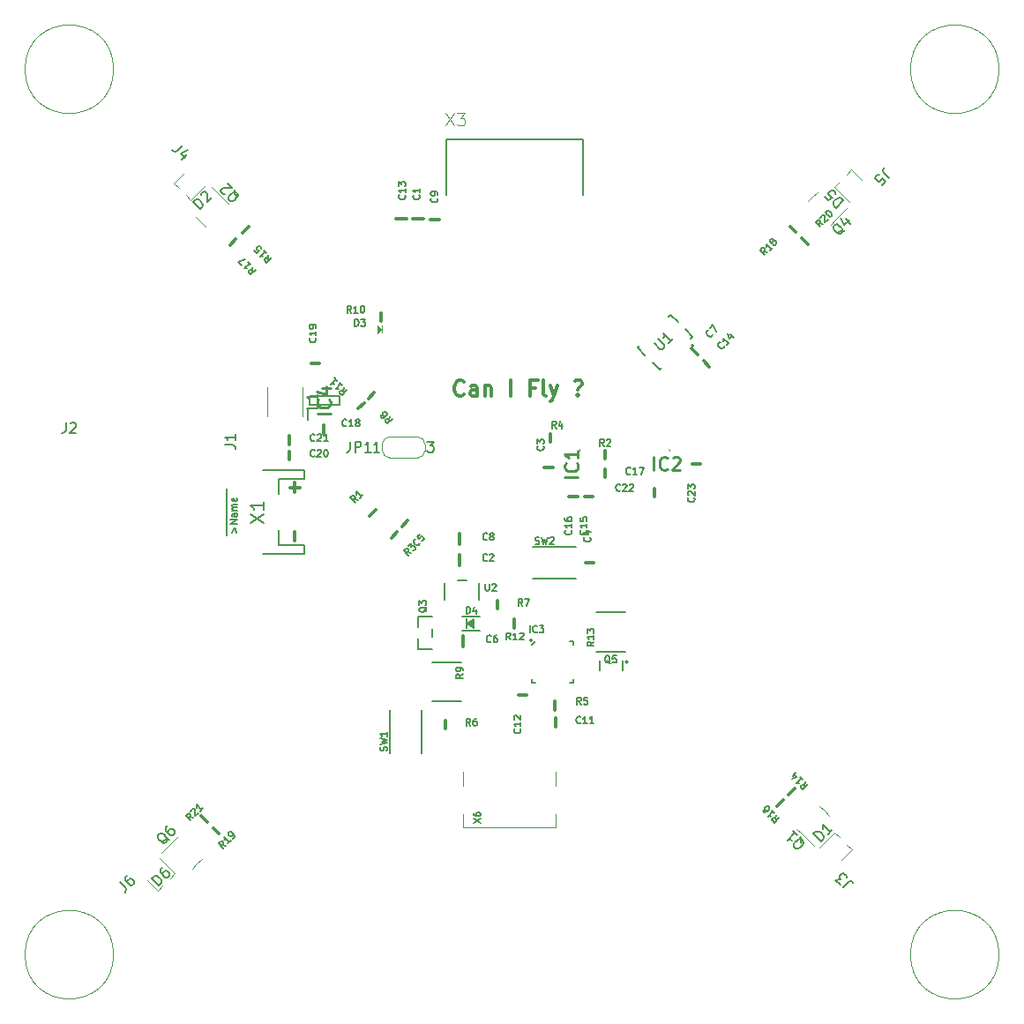
<source format=gbr>
%TF.GenerationSoftware,KiCad,Pcbnew,6.0.9-8da3e8f707~117~ubuntu20.04.1*%
%TF.CreationDate,2022-12-05T22:16:00+00:00*%
%TF.ProjectId,drone,64726f6e-652e-46b6-9963-61645f706362,rev?*%
%TF.SameCoordinates,Original*%
%TF.FileFunction,Legend,Top*%
%TF.FilePolarity,Positive*%
%FSLAX46Y46*%
G04 Gerber Fmt 4.6, Leading zero omitted, Abs format (unit mm)*
G04 Created by KiCad (PCBNEW 6.0.9-8da3e8f707~117~ubuntu20.04.1) date 2022-12-05 22:16:00*
%MOMM*%
%LPD*%
G01*
G04 APERTURE LIST*
%ADD10C,0.300000*%
%ADD11C,0.120000*%
%ADD12C,0.150000*%
%ADD13C,0.146304*%
%ADD14C,0.254000*%
%ADD15C,0.101600*%
%ADD16C,0.203200*%
%ADD17C,0.304800*%
%ADD18C,0.200000*%
%ADD19C,0.127000*%
%ADD20C,0.100000*%
G04 APERTURE END LIST*
D10*
X97885714Y-83735714D02*
X97814285Y-83807142D01*
X97600000Y-83878571D01*
X97457142Y-83878571D01*
X97242857Y-83807142D01*
X97100000Y-83664285D01*
X97028571Y-83521428D01*
X96957142Y-83235714D01*
X96957142Y-83021428D01*
X97028571Y-82735714D01*
X97100000Y-82592857D01*
X97242857Y-82450000D01*
X97457142Y-82378571D01*
X97600000Y-82378571D01*
X97814285Y-82450000D01*
X97885714Y-82521428D01*
X99171428Y-83878571D02*
X99171428Y-83092857D01*
X99100000Y-82950000D01*
X98957142Y-82878571D01*
X98671428Y-82878571D01*
X98528571Y-82950000D01*
X99171428Y-83807142D02*
X99028571Y-83878571D01*
X98671428Y-83878571D01*
X98528571Y-83807142D01*
X98457142Y-83664285D01*
X98457142Y-83521428D01*
X98528571Y-83378571D01*
X98671428Y-83307142D01*
X99028571Y-83307142D01*
X99171428Y-83235714D01*
X99885714Y-82878571D02*
X99885714Y-83878571D01*
X99885714Y-83021428D02*
X99957142Y-82950000D01*
X100100000Y-82878571D01*
X100314285Y-82878571D01*
X100457142Y-82950000D01*
X100528571Y-83092857D01*
X100528571Y-83878571D01*
X102385714Y-83878571D02*
X102385714Y-82378571D01*
X104742857Y-83092857D02*
X104242857Y-83092857D01*
X104242857Y-83878571D02*
X104242857Y-82378571D01*
X104957142Y-82378571D01*
X105742857Y-83878571D02*
X105600000Y-83807142D01*
X105528571Y-83664285D01*
X105528571Y-82378571D01*
X106171428Y-82878571D02*
X106528571Y-83878571D01*
X106885714Y-82878571D02*
X106528571Y-83878571D01*
X106385714Y-84235714D01*
X106314285Y-84307142D01*
X106171428Y-84378571D01*
X108814285Y-83735714D02*
X108885714Y-83807142D01*
X108814285Y-83878571D01*
X108742857Y-83807142D01*
X108814285Y-83735714D01*
X108814285Y-83878571D01*
X108528571Y-82450000D02*
X108671428Y-82378571D01*
X109028571Y-82378571D01*
X109171428Y-82450000D01*
X109242857Y-82592857D01*
X109242857Y-82735714D01*
X109171428Y-82878571D01*
X109100000Y-82950000D01*
X108957142Y-83021428D01*
X108885714Y-83092857D01*
X108814285Y-83235714D01*
X108814285Y-83307142D01*
D11*
X64250000Y-52500000D02*
G75*
G03*
X64250000Y-52500000I-4250000J0D01*
G01*
X64250000Y-137500000D02*
G75*
G03*
X64250000Y-137500000I-4250000J0D01*
G01*
X149250000Y-52500000D02*
G75*
G03*
X149250000Y-52500000I-4250000J0D01*
G01*
X149250000Y-137500000D02*
G75*
G03*
X149250000Y-137500000I-4250000J0D01*
G01*
D12*
%TO.C,JP1*%
X86966666Y-88252380D02*
X86966666Y-88966666D01*
X86919047Y-89109523D01*
X86823809Y-89204761D01*
X86680952Y-89252380D01*
X86585714Y-89252380D01*
X87442857Y-89252380D02*
X87442857Y-88252380D01*
X87823809Y-88252380D01*
X87919047Y-88300000D01*
X87966666Y-88347619D01*
X88014285Y-88442857D01*
X88014285Y-88585714D01*
X87966666Y-88680952D01*
X87919047Y-88728571D01*
X87823809Y-88776190D01*
X87442857Y-88776190D01*
X88966666Y-89252380D02*
X88395238Y-89252380D01*
X88680952Y-89252380D02*
X88680952Y-88252380D01*
X88585714Y-88395238D01*
X88490476Y-88490476D01*
X88395238Y-88538095D01*
X89785714Y-89252380D02*
X89214285Y-89252380D01*
X89500000Y-89252380D02*
X89500000Y-88252380D01*
X89404761Y-88395238D01*
X89309523Y-88490476D01*
X89214285Y-88538095D01*
X94366666Y-88252380D02*
X94985714Y-88252380D01*
X94652380Y-88633333D01*
X94795238Y-88633333D01*
X94890476Y-88680952D01*
X94938095Y-88728571D01*
X94985714Y-88823809D01*
X94985714Y-89061904D01*
X94938095Y-89157142D01*
X94890476Y-89204761D01*
X94795238Y-89252380D01*
X94509523Y-89252380D01*
X94414285Y-89204761D01*
X94366666Y-89157142D01*
%TO.C,X1*%
X77404523Y-96028095D02*
X78674523Y-95181428D01*
X77404523Y-95181428D02*
X78674523Y-96028095D01*
X78674523Y-94032380D02*
X78674523Y-94758095D01*
X78674523Y-94395238D02*
X77404523Y-94395238D01*
X77585952Y-94516190D01*
X77706904Y-94637142D01*
X77767380Y-94758095D01*
D13*
X75655431Y-96968712D02*
X75845858Y-96460906D01*
X76036286Y-96968712D01*
X76099762Y-96143527D02*
X75433266Y-96143527D01*
X76099762Y-95762672D01*
X75433266Y-95762672D01*
X76099762Y-95159652D02*
X75750645Y-95159652D01*
X75687169Y-95191390D01*
X75655431Y-95254866D01*
X75655431Y-95381817D01*
X75687169Y-95445293D01*
X76068024Y-95159652D02*
X76099762Y-95223128D01*
X76099762Y-95381817D01*
X76068024Y-95445293D01*
X76004548Y-95477031D01*
X75941072Y-95477031D01*
X75877596Y-95445293D01*
X75845858Y-95381817D01*
X75845858Y-95223128D01*
X75814120Y-95159652D01*
X76099762Y-94842273D02*
X75655431Y-94842273D01*
X75718907Y-94842273D02*
X75687169Y-94810535D01*
X75655431Y-94747059D01*
X75655431Y-94651845D01*
X75687169Y-94588370D01*
X75750645Y-94556632D01*
X76099762Y-94556632D01*
X75750645Y-94556632D02*
X75687169Y-94524894D01*
X75655431Y-94461418D01*
X75655431Y-94366204D01*
X75687169Y-94302728D01*
X75750645Y-94270990D01*
X76099762Y-94270990D01*
X76068024Y-93699708D02*
X76099762Y-93763184D01*
X76099762Y-93890136D01*
X76068024Y-93953611D01*
X76004548Y-93985349D01*
X75750645Y-93985349D01*
X75687169Y-93953611D01*
X75655431Y-93890136D01*
X75655431Y-93763184D01*
X75687169Y-93699708D01*
X75750645Y-93667970D01*
X75814120Y-93667970D01*
X75877596Y-93985349D01*
D12*
%TO.C,L1*%
X83802380Y-84566666D02*
X83802380Y-85042857D01*
X82802380Y-85042857D01*
X83802380Y-83709523D02*
X83802380Y-84280952D01*
X83802380Y-83995238D02*
X82802380Y-83995238D01*
X82945238Y-84090476D01*
X83040476Y-84185714D01*
X83088095Y-84280952D01*
D13*
%TO.C,C1*%
X93604786Y-64565358D02*
X93636524Y-64597095D01*
X93668262Y-64692309D01*
X93668262Y-64755785D01*
X93636524Y-64850999D01*
X93573048Y-64914474D01*
X93509572Y-64946212D01*
X93382620Y-64977950D01*
X93287407Y-64977950D01*
X93160455Y-64946212D01*
X93096979Y-64914474D01*
X93033504Y-64850999D01*
X93001766Y-64755785D01*
X93001766Y-64692309D01*
X93033504Y-64597095D01*
X93065241Y-64565358D01*
X93668262Y-63930599D02*
X93668262Y-64311454D01*
X93668262Y-64121027D02*
X93001766Y-64121027D01*
X93096979Y-64184503D01*
X93160455Y-64247978D01*
X93192193Y-64311454D01*
%TO.C,R8*%
X90740794Y-85785385D02*
X90673467Y-86166900D01*
X91010099Y-86054690D02*
X90538815Y-86525974D01*
X90359278Y-86346437D01*
X90336836Y-86279111D01*
X90336836Y-86234227D01*
X90359278Y-86166900D01*
X90426604Y-86099574D01*
X90493931Y-86077132D01*
X90538815Y-86077132D01*
X90606141Y-86099574D01*
X90785678Y-86279111D01*
X90202184Y-85785385D02*
X90224626Y-85852711D01*
X90224626Y-85897595D01*
X90202184Y-85964922D01*
X90179741Y-85987364D01*
X90112415Y-86009806D01*
X90067531Y-86009806D01*
X90000205Y-85987364D01*
X89910436Y-85897595D01*
X89887994Y-85830269D01*
X89887994Y-85785385D01*
X89910436Y-85718059D01*
X89932879Y-85695617D01*
X90000205Y-85673174D01*
X90045089Y-85673174D01*
X90112415Y-85695617D01*
X90202184Y-85785385D01*
X90269510Y-85807827D01*
X90314394Y-85807827D01*
X90381720Y-85785385D01*
X90471489Y-85695617D01*
X90493931Y-85628290D01*
X90493931Y-85583406D01*
X90471489Y-85516080D01*
X90381720Y-85426311D01*
X90314394Y-85403869D01*
X90269510Y-85403869D01*
X90202184Y-85426311D01*
X90112415Y-85516080D01*
X90089973Y-85583406D01*
X90089973Y-85628290D01*
X90112415Y-85695617D01*
%TO.C,U2*%
X99931787Y-101901766D02*
X99931787Y-102441310D01*
X99963525Y-102504786D01*
X99995262Y-102536524D01*
X100058738Y-102568262D01*
X100185690Y-102568262D01*
X100249166Y-102536524D01*
X100280904Y-102504786D01*
X100312641Y-102441310D01*
X100312641Y-101901766D01*
X100598283Y-101965241D02*
X100630021Y-101933504D01*
X100693496Y-101901766D01*
X100852186Y-101901766D01*
X100915662Y-101933504D01*
X100947400Y-101965241D01*
X100979137Y-102028717D01*
X100979137Y-102092193D01*
X100947400Y-102187407D01*
X100566545Y-102568262D01*
X100979137Y-102568262D01*
%TO.C,R11*%
X86361365Y-83026644D02*
X86294038Y-83408159D01*
X86630670Y-83295949D02*
X86159386Y-83767233D01*
X85979849Y-83587696D01*
X85957407Y-83520370D01*
X85957407Y-83475486D01*
X85979849Y-83408159D01*
X86047176Y-83340833D01*
X86114502Y-83318391D01*
X86159386Y-83318391D01*
X86226712Y-83340833D01*
X86406249Y-83520370D01*
X85912523Y-82577802D02*
X86181828Y-82847107D01*
X86047176Y-82712455D02*
X85575892Y-83183739D01*
X85688102Y-83161296D01*
X85777870Y-83161296D01*
X85845197Y-83183739D01*
X85463681Y-82128960D02*
X85732986Y-82398265D01*
X85598334Y-82263613D02*
X85127050Y-82734897D01*
X85239260Y-82712455D01*
X85329029Y-82712455D01*
X85396355Y-82734897D01*
D12*
%TO.C,J2*%
X59666666Y-86427380D02*
X59666666Y-87141666D01*
X59619047Y-87284523D01*
X59523809Y-87379761D01*
X59380952Y-87427380D01*
X59285714Y-87427380D01*
X60095238Y-86522619D02*
X60142857Y-86475000D01*
X60238095Y-86427380D01*
X60476190Y-86427380D01*
X60571428Y-86475000D01*
X60619047Y-86522619D01*
X60666666Y-86617857D01*
X60666666Y-86713095D01*
X60619047Y-86855952D01*
X60047619Y-87427380D01*
X60666666Y-87427380D01*
D13*
%TO.C,R12*%
X102358434Y-107268262D02*
X102136269Y-106950883D01*
X101977579Y-107268262D02*
X101977579Y-106601766D01*
X102231482Y-106601766D01*
X102294958Y-106633504D01*
X102326696Y-106665241D01*
X102358434Y-106728717D01*
X102358434Y-106823931D01*
X102326696Y-106887407D01*
X102294958Y-106919145D01*
X102231482Y-106950883D01*
X101977579Y-106950883D01*
X102993192Y-107268262D02*
X102612337Y-107268262D01*
X102802765Y-107268262D02*
X102802765Y-106601766D01*
X102739289Y-106696979D01*
X102675813Y-106760455D01*
X102612337Y-106792193D01*
X103247095Y-106665241D02*
X103278833Y-106633504D01*
X103342309Y-106601766D01*
X103500999Y-106601766D01*
X103564474Y-106633504D01*
X103596212Y-106665241D01*
X103627950Y-106728717D01*
X103627950Y-106792193D01*
X103596212Y-106887407D01*
X103215358Y-107268262D01*
X103627950Y-107268262D01*
D12*
%TO.C,D5*%
X134282110Y-65094575D02*
X133575004Y-65801682D01*
X133406645Y-65633323D01*
X133339301Y-65498636D01*
X133339301Y-65363949D01*
X133372973Y-65262934D01*
X133473988Y-65094575D01*
X133575004Y-64993560D01*
X133743362Y-64892545D01*
X133844378Y-64858873D01*
X133979065Y-64858873D01*
X134113752Y-64926216D01*
X134282110Y-65094575D01*
X132531179Y-64757857D02*
X132867897Y-65094575D01*
X133238286Y-64791529D01*
X133170942Y-64791529D01*
X133069927Y-64757857D01*
X132901568Y-64589499D01*
X132867897Y-64488483D01*
X132867897Y-64421140D01*
X132901568Y-64320125D01*
X133069927Y-64151766D01*
X133170942Y-64118094D01*
X133238286Y-64118094D01*
X133339301Y-64151766D01*
X133507660Y-64320125D01*
X133541332Y-64421140D01*
X133541332Y-64488483D01*
D13*
%TO.C,C6*%
X100466641Y-107431786D02*
X100434904Y-107463524D01*
X100339690Y-107495262D01*
X100276214Y-107495262D01*
X100181000Y-107463524D01*
X100117525Y-107400048D01*
X100085787Y-107336572D01*
X100054049Y-107209620D01*
X100054049Y-107114407D01*
X100085787Y-106987455D01*
X100117525Y-106923979D01*
X100181000Y-106860504D01*
X100276214Y-106828766D01*
X100339690Y-106828766D01*
X100434904Y-106860504D01*
X100466641Y-106892241D01*
X101037924Y-106828766D02*
X100910972Y-106828766D01*
X100847496Y-106860504D01*
X100815758Y-106892241D01*
X100752283Y-106987455D01*
X100720545Y-107114407D01*
X100720545Y-107368310D01*
X100752283Y-107431786D01*
X100784021Y-107463524D01*
X100847496Y-107495262D01*
X100974448Y-107495262D01*
X101037924Y-107463524D01*
X101069662Y-107431786D01*
X101101400Y-107368310D01*
X101101400Y-107209620D01*
X101069662Y-107146145D01*
X101037924Y-107114407D01*
X100974448Y-107082669D01*
X100847496Y-107082669D01*
X100784021Y-107114407D01*
X100752283Y-107146145D01*
X100720545Y-107209620D01*
%TO.C,C18*%
X86608434Y-86704786D02*
X86576696Y-86736524D01*
X86481482Y-86768262D01*
X86418007Y-86768262D01*
X86322793Y-86736524D01*
X86259317Y-86673048D01*
X86227579Y-86609572D01*
X86195841Y-86482620D01*
X86195841Y-86387407D01*
X86227579Y-86260455D01*
X86259317Y-86196979D01*
X86322793Y-86133504D01*
X86418007Y-86101766D01*
X86481482Y-86101766D01*
X86576696Y-86133504D01*
X86608434Y-86165241D01*
X87243192Y-86768262D02*
X86862337Y-86768262D01*
X87052765Y-86768262D02*
X87052765Y-86101766D01*
X86989289Y-86196979D01*
X86925813Y-86260455D01*
X86862337Y-86292193D01*
X87624047Y-86387407D02*
X87560571Y-86355669D01*
X87528833Y-86323931D01*
X87497095Y-86260455D01*
X87497095Y-86228717D01*
X87528833Y-86165241D01*
X87560571Y-86133504D01*
X87624047Y-86101766D01*
X87750999Y-86101766D01*
X87814474Y-86133504D01*
X87846212Y-86165241D01*
X87877950Y-86228717D01*
X87877950Y-86260455D01*
X87846212Y-86323931D01*
X87814474Y-86355669D01*
X87750999Y-86387407D01*
X87624047Y-86387407D01*
X87560571Y-86419145D01*
X87528833Y-86450883D01*
X87497095Y-86514358D01*
X87497095Y-86641310D01*
X87528833Y-86704786D01*
X87560571Y-86736524D01*
X87624047Y-86768262D01*
X87750999Y-86768262D01*
X87814474Y-86736524D01*
X87846212Y-86704786D01*
X87877950Y-86641310D01*
X87877950Y-86514358D01*
X87846212Y-86450883D01*
X87814474Y-86419145D01*
X87750999Y-86387407D01*
%TO.C,C13*%
X92204786Y-64565358D02*
X92236524Y-64597095D01*
X92268262Y-64692309D01*
X92268262Y-64755785D01*
X92236524Y-64850999D01*
X92173048Y-64914474D01*
X92109572Y-64946212D01*
X91982620Y-64977950D01*
X91887407Y-64977950D01*
X91760455Y-64946212D01*
X91696979Y-64914474D01*
X91633504Y-64850999D01*
X91601766Y-64755785D01*
X91601766Y-64692309D01*
X91633504Y-64597095D01*
X91665241Y-64565358D01*
X92268262Y-63930599D02*
X92268262Y-64311454D01*
X92268262Y-64121027D02*
X91601766Y-64121027D01*
X91696979Y-64184503D01*
X91760455Y-64247978D01*
X91792193Y-64311454D01*
X91601766Y-63708434D02*
X91601766Y-63295841D01*
X91855669Y-63518007D01*
X91855669Y-63422793D01*
X91887407Y-63359317D01*
X91919145Y-63327579D01*
X91982620Y-63295841D01*
X92141310Y-63295841D01*
X92204786Y-63327579D01*
X92236524Y-63359317D01*
X92268262Y-63422793D01*
X92268262Y-63613220D01*
X92236524Y-63676696D01*
X92204786Y-63708434D01*
%TO.C,R5*%
X109143192Y-113468262D02*
X108921027Y-113150883D01*
X108762337Y-113468262D02*
X108762337Y-112801766D01*
X109016241Y-112801766D01*
X109079716Y-112833504D01*
X109111454Y-112865241D01*
X109143192Y-112928717D01*
X109143192Y-113023931D01*
X109111454Y-113087407D01*
X109079716Y-113119145D01*
X109016241Y-113150883D01*
X108762337Y-113150883D01*
X109746212Y-112801766D02*
X109428833Y-112801766D01*
X109397095Y-113119145D01*
X109428833Y-113087407D01*
X109492309Y-113055669D01*
X109650999Y-113055669D01*
X109714474Y-113087407D01*
X109746212Y-113119145D01*
X109777950Y-113182620D01*
X109777950Y-113341310D01*
X109746212Y-113404786D01*
X109714474Y-113436524D01*
X109650999Y-113468262D01*
X109492309Y-113468262D01*
X109428833Y-113436524D01*
X109397095Y-113404786D01*
%TO.C,R2*%
X111343192Y-88668262D02*
X111121027Y-88350883D01*
X110962337Y-88668262D02*
X110962337Y-88001766D01*
X111216241Y-88001766D01*
X111279716Y-88033504D01*
X111311454Y-88065241D01*
X111343192Y-88128717D01*
X111343192Y-88223931D01*
X111311454Y-88287407D01*
X111279716Y-88319145D01*
X111216241Y-88350883D01*
X110962337Y-88350883D01*
X111597095Y-88065241D02*
X111628833Y-88033504D01*
X111692309Y-88001766D01*
X111850999Y-88001766D01*
X111914474Y-88033504D01*
X111946212Y-88065241D01*
X111977950Y-88128717D01*
X111977950Y-88192193D01*
X111946212Y-88287407D01*
X111565358Y-88668262D01*
X111977950Y-88668262D01*
%TO.C,C11*%
X109062641Y-115231786D02*
X109030904Y-115263524D01*
X108935690Y-115295262D01*
X108872214Y-115295262D01*
X108777000Y-115263524D01*
X108713525Y-115200048D01*
X108681787Y-115136572D01*
X108650049Y-115009620D01*
X108650049Y-114914407D01*
X108681787Y-114787455D01*
X108713525Y-114723979D01*
X108777000Y-114660504D01*
X108872214Y-114628766D01*
X108935690Y-114628766D01*
X109030904Y-114660504D01*
X109062641Y-114692241D01*
X109697400Y-115295262D02*
X109316545Y-115295262D01*
X109506972Y-115295262D02*
X109506972Y-114628766D01*
X109443496Y-114723979D01*
X109380021Y-114787455D01*
X109316545Y-114819193D01*
X110332158Y-115295262D02*
X109951303Y-115295262D01*
X110141730Y-115295262D02*
X110141730Y-114628766D01*
X110078254Y-114723979D01*
X110014779Y-114787455D01*
X109951303Y-114819193D01*
D12*
%TO.C,D2*%
X72577677Y-65918477D02*
X71870570Y-65211371D01*
X72038929Y-65043012D01*
X72173616Y-64975668D01*
X72308303Y-64975668D01*
X72409318Y-65009340D01*
X72577677Y-65110355D01*
X72678692Y-65211371D01*
X72779708Y-65379729D01*
X72813379Y-65480745D01*
X72813379Y-65615432D01*
X72746036Y-65750119D01*
X72577677Y-65918477D01*
X72611349Y-64605279D02*
X72611349Y-64537935D01*
X72645020Y-64436920D01*
X72813379Y-64268561D01*
X72914395Y-64234890D01*
X72981738Y-64234890D01*
X73082753Y-64268561D01*
X73150097Y-64335905D01*
X73217440Y-64470592D01*
X73217440Y-65278714D01*
X73655173Y-64840981D01*
D13*
%TO.C,C2*%
X100116641Y-99631786D02*
X100084904Y-99663524D01*
X99989690Y-99695262D01*
X99926214Y-99695262D01*
X99831000Y-99663524D01*
X99767525Y-99600048D01*
X99735787Y-99536572D01*
X99704049Y-99409620D01*
X99704049Y-99314407D01*
X99735787Y-99187455D01*
X99767525Y-99123979D01*
X99831000Y-99060504D01*
X99926214Y-99028766D01*
X99989690Y-99028766D01*
X100084904Y-99060504D01*
X100116641Y-99092241D01*
X100370545Y-99092241D02*
X100402283Y-99060504D01*
X100465758Y-99028766D01*
X100624448Y-99028766D01*
X100687924Y-99060504D01*
X100719662Y-99092241D01*
X100751400Y-99155717D01*
X100751400Y-99219193D01*
X100719662Y-99314407D01*
X100338807Y-99695262D01*
X100751400Y-99695262D01*
%TO.C,R9*%
X97768262Y-110556807D02*
X97450883Y-110778972D01*
X97768262Y-110937662D02*
X97101766Y-110937662D01*
X97101766Y-110683758D01*
X97133504Y-110620283D01*
X97165241Y-110588545D01*
X97228717Y-110556807D01*
X97323931Y-110556807D01*
X97387407Y-110588545D01*
X97419145Y-110620283D01*
X97450883Y-110683758D01*
X97450883Y-110937662D01*
X97768262Y-110239428D02*
X97768262Y-110112476D01*
X97736524Y-110049000D01*
X97704786Y-110017262D01*
X97609572Y-109953787D01*
X97482620Y-109922049D01*
X97228717Y-109922049D01*
X97165241Y-109953787D01*
X97133504Y-109985525D01*
X97101766Y-110049000D01*
X97101766Y-110175952D01*
X97133504Y-110239428D01*
X97165241Y-110271166D01*
X97228717Y-110302904D01*
X97387407Y-110302904D01*
X97450883Y-110271166D01*
X97482620Y-110239428D01*
X97514358Y-110175952D01*
X97514358Y-110049000D01*
X97482620Y-109985525D01*
X97450883Y-109953787D01*
X97387407Y-109922049D01*
%TO.C,C7*%
X121756898Y-77935720D02*
X121756898Y-77980604D01*
X121712014Y-78070372D01*
X121667130Y-78115256D01*
X121577361Y-78160140D01*
X121487593Y-78160140D01*
X121420267Y-78137698D01*
X121308056Y-78070372D01*
X121240730Y-78003046D01*
X121173404Y-77890835D01*
X121150962Y-77823509D01*
X121150962Y-77733741D01*
X121195846Y-77643972D01*
X121240730Y-77599088D01*
X121330498Y-77554204D01*
X121375382Y-77554204D01*
X121487593Y-77352225D02*
X121801782Y-77038036D01*
X122071087Y-77711299D01*
D12*
%TO.C,J1*%
X74927380Y-88533333D02*
X75641666Y-88533333D01*
X75784523Y-88580952D01*
X75879761Y-88676190D01*
X75927380Y-88819047D01*
X75927380Y-88914285D01*
X75927380Y-87533333D02*
X75927380Y-88104761D01*
X75927380Y-87819047D02*
X74927380Y-87819047D01*
X75070238Y-87914285D01*
X75165476Y-88009523D01*
X75213095Y-88104761D01*
%TO.C,J3*%
X134271359Y-131026748D02*
X134776435Y-130521672D01*
X134911122Y-130454328D01*
X135045809Y-130454328D01*
X135180496Y-130521672D01*
X135247839Y-130589015D01*
X134001985Y-130757374D02*
X133564252Y-130319641D01*
X134069328Y-130285969D01*
X133968313Y-130184954D01*
X133934641Y-130083939D01*
X133934641Y-130016595D01*
X133968313Y-129915580D01*
X134136672Y-129747221D01*
X134237687Y-129713550D01*
X134305030Y-129713550D01*
X134406046Y-129747221D01*
X134608076Y-129949252D01*
X134641748Y-130050267D01*
X134641748Y-130117611D01*
D13*
%TO.C,C4*%
X109981786Y-97437358D02*
X110013524Y-97469095D01*
X110045262Y-97564309D01*
X110045262Y-97627785D01*
X110013524Y-97722999D01*
X109950048Y-97786474D01*
X109886572Y-97818212D01*
X109759620Y-97849950D01*
X109664407Y-97849950D01*
X109537455Y-97818212D01*
X109473979Y-97786474D01*
X109410504Y-97722999D01*
X109378766Y-97627785D01*
X109378766Y-97564309D01*
X109410504Y-97469095D01*
X109442241Y-97437358D01*
X109600931Y-96866075D02*
X110045262Y-96866075D01*
X109347028Y-97024765D02*
X109823096Y-97183454D01*
X109823096Y-96770862D01*
%TO.C,C5*%
X93626819Y-97974475D02*
X93626819Y-98019359D01*
X93581935Y-98109127D01*
X93537051Y-98154011D01*
X93447282Y-98198895D01*
X93357514Y-98198895D01*
X93290188Y-98176453D01*
X93177977Y-98109127D01*
X93110651Y-98041801D01*
X93043325Y-97929590D01*
X93020883Y-97862264D01*
X93020883Y-97772496D01*
X93065767Y-97682727D01*
X93110651Y-97637843D01*
X93200419Y-97592959D01*
X93245303Y-97592959D01*
X93626819Y-97121675D02*
X93402398Y-97346096D01*
X93604377Y-97592959D01*
X93604377Y-97548075D01*
X93626819Y-97480749D01*
X93739029Y-97368538D01*
X93806356Y-97346096D01*
X93851240Y-97346096D01*
X93918566Y-97368538D01*
X94030777Y-97480749D01*
X94053219Y-97548075D01*
X94053219Y-97592959D01*
X94030777Y-97660285D01*
X93918566Y-97772496D01*
X93851240Y-97794938D01*
X93806356Y-97794938D01*
D12*
%TO.C,Q6*%
X69640449Y-126449654D02*
X69539434Y-126483326D01*
X69404747Y-126483326D01*
X69202716Y-126483326D01*
X69101701Y-126516998D01*
X69034358Y-126584341D01*
X69236388Y-126719028D02*
X69135373Y-126752700D01*
X69000686Y-126752700D01*
X68832327Y-126651685D01*
X68596625Y-126415982D01*
X68495610Y-126247624D01*
X68495610Y-126112937D01*
X68529281Y-126011921D01*
X68663968Y-125877234D01*
X68764984Y-125843563D01*
X68899671Y-125843563D01*
X69068029Y-125944578D01*
X69303732Y-126180280D01*
X69404747Y-126348639D01*
X69404747Y-126483326D01*
X69371075Y-126584341D01*
X69236388Y-126719028D01*
X69438419Y-125102784D02*
X69303732Y-125237471D01*
X69270060Y-125338486D01*
X69270060Y-125405830D01*
X69303732Y-125574189D01*
X69404747Y-125742547D01*
X69674121Y-126011921D01*
X69775136Y-126045593D01*
X69842480Y-126045593D01*
X69943495Y-126011921D01*
X70078182Y-125877234D01*
X70111854Y-125776219D01*
X70111854Y-125708876D01*
X70078182Y-125607860D01*
X69909823Y-125439502D01*
X69808808Y-125405830D01*
X69741464Y-125405830D01*
X69640449Y-125439502D01*
X69505762Y-125574189D01*
X69472090Y-125675204D01*
X69472090Y-125742547D01*
X69505762Y-125843563D01*
D13*
%TO.C,Q3*%
X94308737Y-104123882D02*
X94277000Y-104187358D01*
X94213524Y-104250833D01*
X94118310Y-104346047D01*
X94086572Y-104409523D01*
X94086572Y-104472999D01*
X94245262Y-104441261D02*
X94213524Y-104504737D01*
X94150048Y-104568212D01*
X94023096Y-104599950D01*
X93800931Y-104599950D01*
X93673979Y-104568212D01*
X93610504Y-104504737D01*
X93578766Y-104441261D01*
X93578766Y-104314309D01*
X93610504Y-104250833D01*
X93673979Y-104187358D01*
X93800931Y-104155620D01*
X94023096Y-104155620D01*
X94150048Y-104187358D01*
X94213524Y-104250833D01*
X94245262Y-104314309D01*
X94245262Y-104441261D01*
X93578766Y-103933454D02*
X93578766Y-103520862D01*
X93832669Y-103743027D01*
X93832669Y-103647813D01*
X93864407Y-103584337D01*
X93896145Y-103552599D01*
X93959620Y-103520862D01*
X94118310Y-103520862D01*
X94181786Y-103552599D01*
X94213524Y-103584337D01*
X94245262Y-103647813D01*
X94245262Y-103838241D01*
X94213524Y-103901716D01*
X94181786Y-103933454D01*
%TO.C,R4*%
X106734641Y-86968262D02*
X106512476Y-86650883D01*
X106353787Y-86968262D02*
X106353787Y-86301766D01*
X106607690Y-86301766D01*
X106671166Y-86333504D01*
X106702904Y-86365241D01*
X106734641Y-86428717D01*
X106734641Y-86523931D01*
X106702904Y-86587407D01*
X106671166Y-86619145D01*
X106607690Y-86650883D01*
X106353787Y-86650883D01*
X107305924Y-86523931D02*
X107305924Y-86968262D01*
X107147234Y-86270028D02*
X106988545Y-86746096D01*
X107401137Y-86746096D01*
%TO.C,C15*%
X109627786Y-96769565D02*
X109659524Y-96801303D01*
X109691262Y-96896517D01*
X109691262Y-96959992D01*
X109659524Y-97055206D01*
X109596048Y-97118682D01*
X109532572Y-97150420D01*
X109405620Y-97182158D01*
X109310407Y-97182158D01*
X109183455Y-97150420D01*
X109119979Y-97118682D01*
X109056504Y-97055206D01*
X109024766Y-96959992D01*
X109024766Y-96896517D01*
X109056504Y-96801303D01*
X109088241Y-96769565D01*
X109691262Y-96134807D02*
X109691262Y-96515662D01*
X109691262Y-96325234D02*
X109024766Y-96325234D01*
X109119979Y-96388710D01*
X109183455Y-96452186D01*
X109215193Y-96515662D01*
X109024766Y-95531787D02*
X109024766Y-95849166D01*
X109342145Y-95880904D01*
X109310407Y-95849166D01*
X109278669Y-95785690D01*
X109278669Y-95627000D01*
X109310407Y-95563525D01*
X109342145Y-95531787D01*
X109405620Y-95500049D01*
X109564310Y-95500049D01*
X109627786Y-95531787D01*
X109659524Y-95563525D01*
X109691262Y-95627000D01*
X109691262Y-95785690D01*
X109659524Y-95849166D01*
X109627786Y-95880904D01*
%TO.C,R6*%
X98512641Y-115495262D02*
X98290476Y-115177883D01*
X98131787Y-115495262D02*
X98131787Y-114828766D01*
X98385690Y-114828766D01*
X98449166Y-114860504D01*
X98480904Y-114892241D01*
X98512641Y-114955717D01*
X98512641Y-115050931D01*
X98480904Y-115114407D01*
X98449166Y-115146145D01*
X98385690Y-115177883D01*
X98131787Y-115177883D01*
X99083924Y-114828766D02*
X98956972Y-114828766D01*
X98893496Y-114860504D01*
X98861758Y-114892241D01*
X98798283Y-114987455D01*
X98766545Y-115114407D01*
X98766545Y-115368310D01*
X98798283Y-115431786D01*
X98830021Y-115463524D01*
X98893496Y-115495262D01*
X99020448Y-115495262D01*
X99083924Y-115463524D01*
X99115662Y-115431786D01*
X99147400Y-115368310D01*
X99147400Y-115209620D01*
X99115662Y-115146145D01*
X99083924Y-115114407D01*
X99020448Y-115082669D01*
X98893496Y-115082669D01*
X98830021Y-115114407D01*
X98798283Y-115146145D01*
X98766545Y-115209620D01*
%TO.C,R10*%
X87058434Y-75868262D02*
X86836269Y-75550883D01*
X86677579Y-75868262D02*
X86677579Y-75201766D01*
X86931482Y-75201766D01*
X86994958Y-75233504D01*
X87026696Y-75265241D01*
X87058434Y-75328717D01*
X87058434Y-75423931D01*
X87026696Y-75487407D01*
X86994958Y-75519145D01*
X86931482Y-75550883D01*
X86677579Y-75550883D01*
X87693192Y-75868262D02*
X87312337Y-75868262D01*
X87502765Y-75868262D02*
X87502765Y-75201766D01*
X87439289Y-75296979D01*
X87375813Y-75360455D01*
X87312337Y-75392193D01*
X88105785Y-75201766D02*
X88169261Y-75201766D01*
X88232737Y-75233504D01*
X88264474Y-75265241D01*
X88296212Y-75328717D01*
X88327950Y-75455669D01*
X88327950Y-75614358D01*
X88296212Y-75741310D01*
X88264474Y-75804786D01*
X88232737Y-75836524D01*
X88169261Y-75868262D01*
X88105785Y-75868262D01*
X88042309Y-75836524D01*
X88010571Y-75804786D01*
X87978833Y-75741310D01*
X87947095Y-75614358D01*
X87947095Y-75455669D01*
X87978833Y-75328717D01*
X88010571Y-75265241D01*
X88042309Y-75233504D01*
X88105785Y-75201766D01*
%TO.C,SW1*%
X90458524Y-117909950D02*
X90490262Y-117814737D01*
X90490262Y-117656047D01*
X90458524Y-117592571D01*
X90426786Y-117560833D01*
X90363310Y-117529095D01*
X90299834Y-117529095D01*
X90236358Y-117560833D01*
X90204620Y-117592571D01*
X90172883Y-117656047D01*
X90141145Y-117782999D01*
X90109407Y-117846474D01*
X90077669Y-117878212D01*
X90014193Y-117909950D01*
X89950717Y-117909950D01*
X89887241Y-117878212D01*
X89855504Y-117846474D01*
X89823766Y-117782999D01*
X89823766Y-117624309D01*
X89855504Y-117529095D01*
X89823766Y-117306930D02*
X90490262Y-117148241D01*
X90014193Y-117021289D01*
X90490262Y-116894337D01*
X89823766Y-116735648D01*
X90490262Y-116132628D02*
X90490262Y-116513482D01*
X90490262Y-116323055D02*
X89823766Y-116323055D01*
X89918979Y-116386531D01*
X89982455Y-116450007D01*
X90014193Y-116513482D01*
%TO.C,R17*%
X77598647Y-71467795D02*
X77531320Y-71849310D01*
X77867952Y-71737100D02*
X77396668Y-72208384D01*
X77217131Y-72028847D01*
X77194689Y-71961521D01*
X77194689Y-71916637D01*
X77217131Y-71849310D01*
X77284458Y-71781984D01*
X77351784Y-71759542D01*
X77396668Y-71759542D01*
X77463994Y-71781984D01*
X77643531Y-71961521D01*
X77149805Y-71018953D02*
X77419110Y-71288258D01*
X77284458Y-71153606D02*
X76813174Y-71624890D01*
X76925384Y-71602447D01*
X77015152Y-71602447D01*
X77082479Y-71624890D01*
X76521427Y-71333142D02*
X76207237Y-71018953D01*
X76880500Y-70749648D01*
%TO.C,R7*%
X103512641Y-103995262D02*
X103290476Y-103677883D01*
X103131787Y-103995262D02*
X103131787Y-103328766D01*
X103385690Y-103328766D01*
X103449166Y-103360504D01*
X103480904Y-103392241D01*
X103512641Y-103455717D01*
X103512641Y-103550931D01*
X103480904Y-103614407D01*
X103449166Y-103646145D01*
X103385690Y-103677883D01*
X103131787Y-103677883D01*
X103734807Y-103328766D02*
X104179137Y-103328766D01*
X103893496Y-103995262D01*
D12*
%TO.C,D6*%
X68623561Y-130867385D02*
X67916454Y-130160279D01*
X68084813Y-129991920D01*
X68219500Y-129924576D01*
X68354187Y-129924576D01*
X68455202Y-129958248D01*
X68623561Y-130059263D01*
X68724576Y-130160279D01*
X68825592Y-130328637D01*
X68859263Y-130429653D01*
X68859263Y-130564340D01*
X68791920Y-130699027D01*
X68623561Y-130867385D01*
X68926607Y-129150126D02*
X68791920Y-129284813D01*
X68758248Y-129385828D01*
X68758248Y-129453172D01*
X68791920Y-129621530D01*
X68892935Y-129789889D01*
X69162309Y-130059263D01*
X69263324Y-130092935D01*
X69330668Y-130092935D01*
X69431683Y-130059263D01*
X69566370Y-129924576D01*
X69600042Y-129823561D01*
X69600042Y-129756217D01*
X69566370Y-129655202D01*
X69398011Y-129486843D01*
X69296996Y-129453172D01*
X69229653Y-129453172D01*
X69128637Y-129486843D01*
X68993950Y-129621530D01*
X68960279Y-129722546D01*
X68960279Y-129789889D01*
X68993950Y-129890904D01*
D13*
%TO.C,R21*%
X71920384Y-124340332D02*
X71538869Y-124273006D01*
X71651079Y-124609637D02*
X71179796Y-124138354D01*
X71359332Y-123958817D01*
X71426658Y-123936375D01*
X71471543Y-123936375D01*
X71538869Y-123958817D01*
X71606195Y-124026143D01*
X71628637Y-124093469D01*
X71628637Y-124138354D01*
X71606195Y-124205680D01*
X71426658Y-124385217D01*
X71673521Y-123734396D02*
X71673521Y-123689512D01*
X71695964Y-123622186D01*
X71808174Y-123509975D01*
X71875500Y-123487533D01*
X71920384Y-123487533D01*
X71987711Y-123509975D01*
X72032595Y-123554859D01*
X72077479Y-123644628D01*
X72077479Y-124183238D01*
X72369226Y-123891491D01*
X72818068Y-123442649D02*
X72548763Y-123711954D01*
X72683415Y-123577301D02*
X72212132Y-123106018D01*
X72234574Y-123218228D01*
X72234574Y-123307996D01*
X72212132Y-123375323D01*
D12*
%TO.C,J4*%
X70864238Y-59819277D02*
X70359162Y-60324353D01*
X70224475Y-60391697D01*
X70089788Y-60391697D01*
X69955101Y-60324353D01*
X69887758Y-60257010D01*
X71268299Y-60694743D02*
X70796895Y-61166147D01*
X71369315Y-60257010D02*
X70695880Y-60593727D01*
X71133612Y-61031460D01*
D13*
%TO.C,Q5*%
X111924930Y-109531737D02*
X111861454Y-109500000D01*
X111797978Y-109436524D01*
X111702765Y-109341310D01*
X111639289Y-109309572D01*
X111575813Y-109309572D01*
X111607551Y-109468262D02*
X111544075Y-109436524D01*
X111480599Y-109373048D01*
X111448862Y-109246096D01*
X111448862Y-109023931D01*
X111480599Y-108896979D01*
X111544075Y-108833504D01*
X111607551Y-108801766D01*
X111734503Y-108801766D01*
X111797978Y-108833504D01*
X111861454Y-108896979D01*
X111893192Y-109023931D01*
X111893192Y-109246096D01*
X111861454Y-109373048D01*
X111797978Y-109436524D01*
X111734503Y-109468262D01*
X111607551Y-109468262D01*
X112496212Y-108801766D02*
X112178833Y-108801766D01*
X112147095Y-109119145D01*
X112178833Y-109087407D01*
X112242309Y-109055669D01*
X112400999Y-109055669D01*
X112464474Y-109087407D01*
X112496212Y-109119145D01*
X112527950Y-109182620D01*
X112527950Y-109341310D01*
X112496212Y-109404786D01*
X112464474Y-109436524D01*
X112400999Y-109468262D01*
X112242309Y-109468262D01*
X112178833Y-109436524D01*
X112147095Y-109404786D01*
D12*
%TO.C,J5*%
X138667991Y-62947343D02*
X138162915Y-62442267D01*
X138095571Y-62307580D01*
X138095571Y-62172893D01*
X138162915Y-62038206D01*
X138230258Y-61970863D01*
X137994556Y-63620778D02*
X138331273Y-63284061D01*
X138028228Y-62913672D01*
X138028228Y-62981015D01*
X137994556Y-63082030D01*
X137826197Y-63250389D01*
X137725182Y-63284061D01*
X137657838Y-63284061D01*
X137556823Y-63250389D01*
X137388464Y-63082030D01*
X137354793Y-62981015D01*
X137354793Y-62913672D01*
X137388464Y-62812656D01*
X137556823Y-62644298D01*
X137657838Y-62610626D01*
X137725182Y-62610626D01*
D13*
%TO.C,R1*%
X87726317Y-93828798D02*
X87344802Y-93761471D01*
X87457012Y-94098103D02*
X86985728Y-93626819D01*
X87165265Y-93447282D01*
X87232591Y-93424840D01*
X87277475Y-93424840D01*
X87344802Y-93447282D01*
X87412128Y-93514609D01*
X87434570Y-93581935D01*
X87434570Y-93626819D01*
X87412128Y-93694145D01*
X87232591Y-93873682D01*
X88175159Y-93379956D02*
X87905854Y-93649261D01*
X88040506Y-93514609D02*
X87569222Y-93043325D01*
X87591665Y-93155535D01*
X87591665Y-93245303D01*
X87569222Y-93312630D01*
%TO.C,IC3*%
X104203787Y-106568262D02*
X104203787Y-105901766D01*
X104902021Y-106504786D02*
X104870283Y-106536524D01*
X104775069Y-106568262D01*
X104711593Y-106568262D01*
X104616379Y-106536524D01*
X104552904Y-106473048D01*
X104521166Y-106409572D01*
X104489428Y-106282620D01*
X104489428Y-106187407D01*
X104521166Y-106060455D01*
X104552904Y-105996979D01*
X104616379Y-105933504D01*
X104711593Y-105901766D01*
X104775069Y-105901766D01*
X104870283Y-105933504D01*
X104902021Y-105965241D01*
X105124186Y-105901766D02*
X105536779Y-105901766D01*
X105314613Y-106155669D01*
X105409827Y-106155669D01*
X105473303Y-106187407D01*
X105505041Y-106219145D01*
X105536779Y-106282620D01*
X105536779Y-106441310D01*
X105505041Y-106504786D01*
X105473303Y-106536524D01*
X105409827Y-106568262D01*
X105219400Y-106568262D01*
X105155924Y-106536524D01*
X105124186Y-106504786D01*
D12*
%TO.C,D1*%
X132152563Y-126596387D02*
X131445456Y-125889281D01*
X131613815Y-125720922D01*
X131748502Y-125653578D01*
X131883189Y-125653578D01*
X131984204Y-125687250D01*
X132152563Y-125788265D01*
X132253578Y-125889281D01*
X132354594Y-126057639D01*
X132388265Y-126158655D01*
X132388265Y-126293342D01*
X132320922Y-126428029D01*
X132152563Y-126596387D01*
X133230059Y-125518891D02*
X132825998Y-125922952D01*
X133028029Y-125720922D02*
X132320922Y-125013815D01*
X132354594Y-125182174D01*
X132354594Y-125316861D01*
X132320922Y-125417876D01*
D13*
%TO.C,C20*%
X83562641Y-89631786D02*
X83530904Y-89663524D01*
X83435690Y-89695262D01*
X83372214Y-89695262D01*
X83277000Y-89663524D01*
X83213525Y-89600048D01*
X83181787Y-89536572D01*
X83150049Y-89409620D01*
X83150049Y-89314407D01*
X83181787Y-89187455D01*
X83213525Y-89123979D01*
X83277000Y-89060504D01*
X83372214Y-89028766D01*
X83435690Y-89028766D01*
X83530904Y-89060504D01*
X83562641Y-89092241D01*
X83816545Y-89092241D02*
X83848283Y-89060504D01*
X83911758Y-89028766D01*
X84070448Y-89028766D01*
X84133924Y-89060504D01*
X84165662Y-89092241D01*
X84197400Y-89155717D01*
X84197400Y-89219193D01*
X84165662Y-89314407D01*
X83784807Y-89695262D01*
X84197400Y-89695262D01*
X84609992Y-89028766D02*
X84673468Y-89028766D01*
X84736944Y-89060504D01*
X84768682Y-89092241D01*
X84800420Y-89155717D01*
X84832158Y-89282669D01*
X84832158Y-89441358D01*
X84800420Y-89568310D01*
X84768682Y-89631786D01*
X84736944Y-89663524D01*
X84673468Y-89695262D01*
X84609992Y-89695262D01*
X84546517Y-89663524D01*
X84514779Y-89631786D01*
X84483041Y-89568310D01*
X84451303Y-89441358D01*
X84451303Y-89282669D01*
X84483041Y-89155717D01*
X84514779Y-89092241D01*
X84546517Y-89060504D01*
X84609992Y-89028766D01*
D14*
%TO.C,IC4*%
X85074523Y-85539761D02*
X83804523Y-85539761D01*
X84953571Y-84209285D02*
X85014047Y-84269761D01*
X85074523Y-84451190D01*
X85074523Y-84572142D01*
X85014047Y-84753571D01*
X84893095Y-84874523D01*
X84772142Y-84935000D01*
X84530238Y-84995476D01*
X84348809Y-84995476D01*
X84106904Y-84935000D01*
X83985952Y-84874523D01*
X83865000Y-84753571D01*
X83804523Y-84572142D01*
X83804523Y-84451190D01*
X83865000Y-84269761D01*
X83925476Y-84209285D01*
X84227857Y-83120714D02*
X85074523Y-83120714D01*
X83744047Y-83423095D02*
X84651190Y-83725476D01*
X84651190Y-82939285D01*
D15*
%TO.C,X3*%
X96132954Y-56725961D02*
X96911887Y-57894361D01*
X96911887Y-56725961D02*
X96132954Y-57894361D01*
X97245716Y-56725961D02*
X97969011Y-56725961D01*
X97579544Y-57171066D01*
X97746459Y-57171066D01*
X97857735Y-57226704D01*
X97913373Y-57282342D01*
X97969011Y-57393619D01*
X97969011Y-57671809D01*
X97913373Y-57783085D01*
X97857735Y-57838723D01*
X97746459Y-57894361D01*
X97412630Y-57894361D01*
X97301354Y-57838723D01*
X97245716Y-57783085D01*
D14*
%TO.C,IC2*%
X116104238Y-90974523D02*
X116104238Y-89704523D01*
X117434714Y-90853571D02*
X117374238Y-90914047D01*
X117192809Y-90974523D01*
X117071857Y-90974523D01*
X116890428Y-90914047D01*
X116769476Y-90793095D01*
X116709000Y-90672142D01*
X116648523Y-90430238D01*
X116648523Y-90248809D01*
X116709000Y-90006904D01*
X116769476Y-89885952D01*
X116890428Y-89765000D01*
X117071857Y-89704523D01*
X117192809Y-89704523D01*
X117374238Y-89765000D01*
X117434714Y-89825476D01*
X117918523Y-89825476D02*
X117979000Y-89765000D01*
X118099952Y-89704523D01*
X118402333Y-89704523D01*
X118523285Y-89765000D01*
X118583761Y-89825476D01*
X118644238Y-89946428D01*
X118644238Y-90067380D01*
X118583761Y-90248809D01*
X117858047Y-90974523D01*
X118644238Y-90974523D01*
D13*
%TO.C,C8*%
X100116641Y-97631786D02*
X100084904Y-97663524D01*
X99989690Y-97695262D01*
X99926214Y-97695262D01*
X99831000Y-97663524D01*
X99767525Y-97600048D01*
X99735787Y-97536572D01*
X99704049Y-97409620D01*
X99704049Y-97314407D01*
X99735787Y-97187455D01*
X99767525Y-97123979D01*
X99831000Y-97060504D01*
X99926214Y-97028766D01*
X99989690Y-97028766D01*
X100084904Y-97060504D01*
X100116641Y-97092241D01*
X100497496Y-97314407D02*
X100434021Y-97282669D01*
X100402283Y-97250931D01*
X100370545Y-97187455D01*
X100370545Y-97155717D01*
X100402283Y-97092241D01*
X100434021Y-97060504D01*
X100497496Y-97028766D01*
X100624448Y-97028766D01*
X100687924Y-97060504D01*
X100719662Y-97092241D01*
X100751400Y-97155717D01*
X100751400Y-97187455D01*
X100719662Y-97250931D01*
X100687924Y-97282669D01*
X100624448Y-97314407D01*
X100497496Y-97314407D01*
X100434021Y-97346145D01*
X100402283Y-97377883D01*
X100370545Y-97441358D01*
X100370545Y-97568310D01*
X100402283Y-97631786D01*
X100434021Y-97663524D01*
X100497496Y-97695262D01*
X100624448Y-97695262D01*
X100687924Y-97663524D01*
X100719662Y-97631786D01*
X100751400Y-97568310D01*
X100751400Y-97441358D01*
X100719662Y-97377883D01*
X100687924Y-97346145D01*
X100624448Y-97314407D01*
%TO.C,R19*%
X75050186Y-127008807D02*
X74668671Y-126941480D01*
X74780881Y-127278112D02*
X74309597Y-126806828D01*
X74489134Y-126627291D01*
X74556460Y-126604849D01*
X74601344Y-126604849D01*
X74668671Y-126627291D01*
X74735997Y-126694618D01*
X74758439Y-126761944D01*
X74758439Y-126806828D01*
X74735997Y-126874154D01*
X74556460Y-127053691D01*
X75499028Y-126559965D02*
X75229723Y-126829270D01*
X75364375Y-126694618D02*
X74893091Y-126223334D01*
X74915534Y-126335544D01*
X74915534Y-126425312D01*
X74893091Y-126492639D01*
X75723449Y-126335544D02*
X75813217Y-126245776D01*
X75835659Y-126178450D01*
X75835659Y-126133565D01*
X75813217Y-126021355D01*
X75745891Y-125909144D01*
X75566354Y-125729608D01*
X75499028Y-125707166D01*
X75454144Y-125707166D01*
X75386817Y-125729608D01*
X75297049Y-125819376D01*
X75274607Y-125886702D01*
X75274607Y-125931587D01*
X75297049Y-125998913D01*
X75409259Y-126111123D01*
X75476586Y-126133565D01*
X75521470Y-126133565D01*
X75588796Y-126111123D01*
X75678565Y-126021355D01*
X75701007Y-125954029D01*
X75701007Y-125909144D01*
X75678565Y-125841818D01*
%TO.C,SW2*%
X104740049Y-98058524D02*
X104835262Y-98090262D01*
X104993952Y-98090262D01*
X105057428Y-98058524D01*
X105089166Y-98026786D01*
X105120904Y-97963310D01*
X105120904Y-97899834D01*
X105089166Y-97836358D01*
X105057428Y-97804620D01*
X104993952Y-97772883D01*
X104867000Y-97741145D01*
X104803525Y-97709407D01*
X104771787Y-97677669D01*
X104740049Y-97614193D01*
X104740049Y-97550717D01*
X104771787Y-97487241D01*
X104803525Y-97455504D01*
X104867000Y-97423766D01*
X105025690Y-97423766D01*
X105120904Y-97455504D01*
X105343069Y-97423766D02*
X105501758Y-98090262D01*
X105628710Y-97614193D01*
X105755662Y-98090262D01*
X105914351Y-97423766D01*
X106136517Y-97487241D02*
X106168254Y-97455504D01*
X106231730Y-97423766D01*
X106390420Y-97423766D01*
X106453896Y-97455504D01*
X106485633Y-97487241D01*
X106517371Y-97550717D01*
X106517371Y-97614193D01*
X106485633Y-97709407D01*
X106104779Y-98090262D01*
X106517371Y-98090262D01*
%TO.C,R3*%
X92826317Y-98928798D02*
X92444802Y-98861471D01*
X92557012Y-99198103D02*
X92085728Y-98726819D01*
X92265265Y-98547282D01*
X92332591Y-98524840D01*
X92377475Y-98524840D01*
X92444802Y-98547282D01*
X92512128Y-98614609D01*
X92534570Y-98681935D01*
X92534570Y-98726819D01*
X92512128Y-98794145D01*
X92332591Y-98973682D01*
X92512128Y-98300419D02*
X92803875Y-98008672D01*
X92826317Y-98345303D01*
X92893643Y-98277977D01*
X92960970Y-98255535D01*
X93005854Y-98255535D01*
X93073180Y-98277977D01*
X93185390Y-98390188D01*
X93207833Y-98457514D01*
X93207833Y-98502398D01*
X93185390Y-98569724D01*
X93050738Y-98704377D01*
X92983412Y-98726819D01*
X92938528Y-98726819D01*
%TO.C,D3*%
X87403787Y-77168262D02*
X87403787Y-76501766D01*
X87562476Y-76501766D01*
X87657690Y-76533504D01*
X87721166Y-76596979D01*
X87752904Y-76660455D01*
X87784641Y-76787407D01*
X87784641Y-76882620D01*
X87752904Y-77009572D01*
X87721166Y-77073048D01*
X87657690Y-77136524D01*
X87562476Y-77168262D01*
X87403787Y-77168262D01*
X88006807Y-76501766D02*
X88419400Y-76501766D01*
X88197234Y-76755669D01*
X88292448Y-76755669D01*
X88355924Y-76787407D01*
X88387662Y-76819145D01*
X88419400Y-76882620D01*
X88419400Y-77041310D01*
X88387662Y-77104786D01*
X88355924Y-77136524D01*
X88292448Y-77168262D01*
X88102021Y-77168262D01*
X88038545Y-77136524D01*
X88006807Y-77104786D01*
%TO.C,C12*%
X103277786Y-115819565D02*
X103309524Y-115851303D01*
X103341262Y-115946517D01*
X103341262Y-116009992D01*
X103309524Y-116105206D01*
X103246048Y-116168682D01*
X103182572Y-116200420D01*
X103055620Y-116232158D01*
X102960407Y-116232158D01*
X102833455Y-116200420D01*
X102769979Y-116168682D01*
X102706504Y-116105206D01*
X102674766Y-116009992D01*
X102674766Y-115946517D01*
X102706504Y-115851303D01*
X102738241Y-115819565D01*
X103341262Y-115184807D02*
X103341262Y-115565662D01*
X103341262Y-115375234D02*
X102674766Y-115375234D01*
X102769979Y-115438710D01*
X102833455Y-115502186D01*
X102865193Y-115565662D01*
X102738241Y-114930904D02*
X102706504Y-114899166D01*
X102674766Y-114835690D01*
X102674766Y-114677000D01*
X102706504Y-114613525D01*
X102738241Y-114581787D01*
X102801717Y-114550049D01*
X102865193Y-114550049D01*
X102960407Y-114581787D01*
X103341262Y-114962641D01*
X103341262Y-114550049D01*
%TO.C,X6*%
X98801766Y-124869688D02*
X99468262Y-124425358D01*
X98801766Y-124425358D02*
X99468262Y-124869688D01*
X98801766Y-123885813D02*
X98801766Y-124012765D01*
X98833504Y-124076241D01*
X98865241Y-124107978D01*
X98960455Y-124171454D01*
X99087407Y-124203192D01*
X99341310Y-124203192D01*
X99404786Y-124171454D01*
X99436524Y-124139716D01*
X99468262Y-124076241D01*
X99468262Y-123949289D01*
X99436524Y-123885813D01*
X99404786Y-123854075D01*
X99341310Y-123822337D01*
X99182620Y-123822337D01*
X99119145Y-123854075D01*
X99087407Y-123885813D01*
X99055669Y-123949289D01*
X99055669Y-124076241D01*
X99087407Y-124139716D01*
X99119145Y-124171454D01*
X99182620Y-124203192D01*
%TO.C,C17*%
X113862641Y-91331786D02*
X113830904Y-91363524D01*
X113735690Y-91395262D01*
X113672214Y-91395262D01*
X113577000Y-91363524D01*
X113513525Y-91300048D01*
X113481787Y-91236572D01*
X113450049Y-91109620D01*
X113450049Y-91014407D01*
X113481787Y-90887455D01*
X113513525Y-90823979D01*
X113577000Y-90760504D01*
X113672214Y-90728766D01*
X113735690Y-90728766D01*
X113830904Y-90760504D01*
X113862641Y-90792241D01*
X114497400Y-91395262D02*
X114116545Y-91395262D01*
X114306972Y-91395262D02*
X114306972Y-90728766D01*
X114243496Y-90823979D01*
X114180021Y-90887455D01*
X114116545Y-90919193D01*
X114719565Y-90728766D02*
X115163896Y-90728766D01*
X114878254Y-91395262D01*
%TO.C,C9*%
X95304786Y-64865358D02*
X95336524Y-64897095D01*
X95368262Y-64992309D01*
X95368262Y-65055785D01*
X95336524Y-65150999D01*
X95273048Y-65214474D01*
X95209572Y-65246212D01*
X95082620Y-65277950D01*
X94987407Y-65277950D01*
X94860455Y-65246212D01*
X94796979Y-65214474D01*
X94733504Y-65150999D01*
X94701766Y-65055785D01*
X94701766Y-64992309D01*
X94733504Y-64897095D01*
X94765241Y-64865358D01*
X95368262Y-64547978D02*
X95368262Y-64421027D01*
X95336524Y-64357551D01*
X95304786Y-64325813D01*
X95209572Y-64262337D01*
X95082620Y-64230599D01*
X94828717Y-64230599D01*
X94765241Y-64262337D01*
X94733504Y-64294075D01*
X94701766Y-64357551D01*
X94701766Y-64484503D01*
X94733504Y-64547978D01*
X94765241Y-64579716D01*
X94828717Y-64611454D01*
X94987407Y-64611454D01*
X95050883Y-64579716D01*
X95082620Y-64547978D01*
X95114358Y-64484503D01*
X95114358Y-64357551D01*
X95082620Y-64294075D01*
X95050883Y-64262337D01*
X94987407Y-64230599D01*
%TO.C,C21*%
X83562641Y-88131786D02*
X83530904Y-88163524D01*
X83435690Y-88195262D01*
X83372214Y-88195262D01*
X83277000Y-88163524D01*
X83213525Y-88100048D01*
X83181787Y-88036572D01*
X83150049Y-87909620D01*
X83150049Y-87814407D01*
X83181787Y-87687455D01*
X83213525Y-87623979D01*
X83277000Y-87560504D01*
X83372214Y-87528766D01*
X83435690Y-87528766D01*
X83530904Y-87560504D01*
X83562641Y-87592241D01*
X83816545Y-87592241D02*
X83848283Y-87560504D01*
X83911758Y-87528766D01*
X84070448Y-87528766D01*
X84133924Y-87560504D01*
X84165662Y-87592241D01*
X84197400Y-87655717D01*
X84197400Y-87719193D01*
X84165662Y-87814407D01*
X83784807Y-88195262D01*
X84197400Y-88195262D01*
X84832158Y-88195262D02*
X84451303Y-88195262D01*
X84641730Y-88195262D02*
X84641730Y-87528766D01*
X84578254Y-87623979D01*
X84514779Y-87687455D01*
X84451303Y-87719193D01*
%TO.C,R20*%
X132374396Y-67360324D02*
X131992881Y-67292997D01*
X132105091Y-67629629D02*
X131633807Y-67158345D01*
X131813344Y-66978808D01*
X131880670Y-66956366D01*
X131925554Y-66956366D01*
X131992881Y-66978808D01*
X132060207Y-67046135D01*
X132082649Y-67113461D01*
X132082649Y-67158345D01*
X132060207Y-67225671D01*
X131880670Y-67405208D01*
X132127533Y-66754387D02*
X132127533Y-66709503D01*
X132149975Y-66642177D01*
X132262186Y-66529967D01*
X132329512Y-66507524D01*
X132374396Y-66507524D01*
X132441722Y-66529967D01*
X132486607Y-66574851D01*
X132531491Y-66664619D01*
X132531491Y-67203229D01*
X132823238Y-66911482D01*
X132643701Y-66148451D02*
X132688585Y-66103567D01*
X132755912Y-66081125D01*
X132800796Y-66081125D01*
X132868122Y-66103567D01*
X132980332Y-66170893D01*
X133092543Y-66283104D01*
X133159869Y-66395314D01*
X133182311Y-66462640D01*
X133182311Y-66507524D01*
X133159869Y-66574851D01*
X133114985Y-66619735D01*
X133047659Y-66642177D01*
X133002775Y-66642177D01*
X132935448Y-66619735D01*
X132823238Y-66552409D01*
X132711027Y-66440198D01*
X132643701Y-66327988D01*
X132621259Y-66260661D01*
X132621259Y-66215777D01*
X132643701Y-66148451D01*
%TO.C,C3*%
X105504786Y-88665358D02*
X105536524Y-88697095D01*
X105568262Y-88792309D01*
X105568262Y-88855785D01*
X105536524Y-88950999D01*
X105473048Y-89014474D01*
X105409572Y-89046212D01*
X105282620Y-89077950D01*
X105187407Y-89077950D01*
X105060455Y-89046212D01*
X104996979Y-89014474D01*
X104933504Y-88950999D01*
X104901766Y-88855785D01*
X104901766Y-88792309D01*
X104933504Y-88697095D01*
X104965241Y-88665358D01*
X104901766Y-88443192D02*
X104901766Y-88030599D01*
X105155669Y-88252765D01*
X105155669Y-88157551D01*
X105187407Y-88094075D01*
X105219145Y-88062337D01*
X105282620Y-88030599D01*
X105441310Y-88030599D01*
X105504786Y-88062337D01*
X105536524Y-88094075D01*
X105568262Y-88157551D01*
X105568262Y-88347978D01*
X105536524Y-88411454D01*
X105504786Y-88443192D01*
%TO.C,C16*%
X108177786Y-96769565D02*
X108209524Y-96801303D01*
X108241262Y-96896517D01*
X108241262Y-96959992D01*
X108209524Y-97055206D01*
X108146048Y-97118682D01*
X108082572Y-97150420D01*
X107955620Y-97182158D01*
X107860407Y-97182158D01*
X107733455Y-97150420D01*
X107669979Y-97118682D01*
X107606504Y-97055206D01*
X107574766Y-96959992D01*
X107574766Y-96896517D01*
X107606504Y-96801303D01*
X107638241Y-96769565D01*
X108241262Y-96134807D02*
X108241262Y-96515662D01*
X108241262Y-96325234D02*
X107574766Y-96325234D01*
X107669979Y-96388710D01*
X107733455Y-96452186D01*
X107765193Y-96515662D01*
X107574766Y-95563525D02*
X107574766Y-95690476D01*
X107606504Y-95753952D01*
X107638241Y-95785690D01*
X107733455Y-95849166D01*
X107860407Y-95880904D01*
X108114310Y-95880904D01*
X108177786Y-95849166D01*
X108209524Y-95817428D01*
X108241262Y-95753952D01*
X108241262Y-95627000D01*
X108209524Y-95563525D01*
X108177786Y-95531787D01*
X108114310Y-95500049D01*
X107955620Y-95500049D01*
X107892145Y-95531787D01*
X107860407Y-95563525D01*
X107828669Y-95627000D01*
X107828669Y-95753952D01*
X107860407Y-95817428D01*
X107892145Y-95849166D01*
X107955620Y-95880904D01*
%TO.C,C22*%
X112874434Y-92927786D02*
X112842696Y-92959524D01*
X112747482Y-92991262D01*
X112684007Y-92991262D01*
X112588793Y-92959524D01*
X112525317Y-92896048D01*
X112493579Y-92832572D01*
X112461841Y-92705620D01*
X112461841Y-92610407D01*
X112493579Y-92483455D01*
X112525317Y-92419979D01*
X112588793Y-92356504D01*
X112684007Y-92324766D01*
X112747482Y-92324766D01*
X112842696Y-92356504D01*
X112874434Y-92388241D01*
X113128337Y-92388241D02*
X113160075Y-92356504D01*
X113223551Y-92324766D01*
X113382241Y-92324766D01*
X113445716Y-92356504D01*
X113477454Y-92388241D01*
X113509192Y-92451717D01*
X113509192Y-92515193D01*
X113477454Y-92610407D01*
X113096599Y-92991262D01*
X113509192Y-92991262D01*
X113763095Y-92388241D02*
X113794833Y-92356504D01*
X113858309Y-92324766D01*
X114016999Y-92324766D01*
X114080474Y-92356504D01*
X114112212Y-92388241D01*
X114143950Y-92451717D01*
X114143950Y-92515193D01*
X114112212Y-92610407D01*
X113731358Y-92991262D01*
X114143950Y-92991262D01*
D12*
%TO.C,Q2*%
X75867528Y-64048781D02*
X75901200Y-64149796D01*
X75901200Y-64284483D01*
X75901200Y-64486514D01*
X75934872Y-64587529D01*
X76002215Y-64654872D01*
X76136902Y-64452842D02*
X76170574Y-64553857D01*
X76170574Y-64688544D01*
X76069559Y-64856903D01*
X75833856Y-65092605D01*
X75665498Y-65193620D01*
X75530811Y-65193620D01*
X75429795Y-65159949D01*
X75295108Y-65025262D01*
X75261437Y-64924246D01*
X75261437Y-64789559D01*
X75362452Y-64621201D01*
X75598154Y-64385498D01*
X75766513Y-64284483D01*
X75901200Y-64284483D01*
X76002215Y-64318155D01*
X76136902Y-64452842D01*
X74924719Y-64520185D02*
X74857376Y-64520185D01*
X74756360Y-64486514D01*
X74588002Y-64318155D01*
X74554330Y-64217140D01*
X74554330Y-64149796D01*
X74588002Y-64048781D01*
X74655345Y-63981437D01*
X74790032Y-63914094D01*
X75598154Y-63914094D01*
X75160421Y-63476361D01*
%TO.C,J6*%
X64900524Y-130531727D02*
X65405600Y-131036803D01*
X65472944Y-131171490D01*
X65472944Y-131306177D01*
X65405600Y-131440864D01*
X65338257Y-131508207D01*
X65540287Y-129891963D02*
X65405600Y-130026650D01*
X65371929Y-130127666D01*
X65371929Y-130195009D01*
X65405600Y-130363368D01*
X65506616Y-130531727D01*
X65775990Y-130801101D01*
X65877005Y-130834772D01*
X65944348Y-130834772D01*
X66045364Y-130801101D01*
X66180051Y-130666414D01*
X66213722Y-130565398D01*
X66213722Y-130498055D01*
X66180051Y-130397040D01*
X66011692Y-130228681D01*
X65910677Y-130195009D01*
X65843333Y-130195009D01*
X65742318Y-130228681D01*
X65607631Y-130363368D01*
X65573959Y-130464383D01*
X65573959Y-130531727D01*
X65607631Y-130632742D01*
%TO.C,Q1*%
X130157512Y-126177174D02*
X130191184Y-126278189D01*
X130191184Y-126412876D01*
X130191184Y-126614907D01*
X130224856Y-126715922D01*
X130292199Y-126783265D01*
X130426886Y-126581235D02*
X130460558Y-126682250D01*
X130460558Y-126816937D01*
X130359543Y-126985296D01*
X130123840Y-127220998D01*
X129955482Y-127322013D01*
X129820795Y-127322013D01*
X129719779Y-127288342D01*
X129585092Y-127153655D01*
X129551421Y-127052639D01*
X129551421Y-126917952D01*
X129652436Y-126749594D01*
X129888138Y-126513891D01*
X130056497Y-126412876D01*
X130191184Y-126412876D01*
X130292199Y-126446548D01*
X130426886Y-126581235D01*
X129450405Y-125604754D02*
X129854466Y-126008815D01*
X129652436Y-125806785D02*
X128945329Y-126513891D01*
X129113688Y-126480220D01*
X129248375Y-126480220D01*
X129349390Y-126513891D01*
D14*
%TO.C,IC1*%
X108824523Y-91639761D02*
X107554523Y-91639761D01*
X108703571Y-90309285D02*
X108764047Y-90369761D01*
X108824523Y-90551190D01*
X108824523Y-90672142D01*
X108764047Y-90853571D01*
X108643095Y-90974523D01*
X108522142Y-91035000D01*
X108280238Y-91095476D01*
X108098809Y-91095476D01*
X107856904Y-91035000D01*
X107735952Y-90974523D01*
X107615000Y-90853571D01*
X107554523Y-90672142D01*
X107554523Y-90551190D01*
X107615000Y-90369761D01*
X107675476Y-90309285D01*
X108824523Y-89099761D02*
X108824523Y-89825476D01*
X108824523Y-89462619D02*
X107554523Y-89462619D01*
X107735952Y-89583571D01*
X107856904Y-89704523D01*
X107917380Y-89825476D01*
D12*
%TO.C,Q4*%
X134480536Y-67992683D02*
X134379521Y-68026355D01*
X134244834Y-68026355D01*
X134042803Y-68026355D01*
X133941788Y-68060027D01*
X133874445Y-68127370D01*
X134076475Y-68262057D02*
X133975460Y-68295729D01*
X133840773Y-68295729D01*
X133672414Y-68194714D01*
X133436712Y-67959011D01*
X133335697Y-67790653D01*
X133335697Y-67655966D01*
X133369368Y-67554950D01*
X133504055Y-67420263D01*
X133605071Y-67386592D01*
X133739758Y-67386592D01*
X133908116Y-67487607D01*
X134143819Y-67723309D01*
X134244834Y-67891668D01*
X134244834Y-68026355D01*
X134211162Y-68127370D01*
X134076475Y-68262057D01*
X134514208Y-66881515D02*
X134985612Y-67352920D01*
X134076475Y-66780500D02*
X134413193Y-67453935D01*
X134850925Y-67016202D01*
D13*
%TO.C,C19*%
X83631785Y-78287358D02*
X83663523Y-78319095D01*
X83695261Y-78414309D01*
X83695261Y-78477785D01*
X83663523Y-78572999D01*
X83600047Y-78636474D01*
X83536571Y-78668212D01*
X83409619Y-78699950D01*
X83314406Y-78699950D01*
X83187454Y-78668212D01*
X83123978Y-78636474D01*
X83060503Y-78572999D01*
X83028765Y-78477785D01*
X83028765Y-78414309D01*
X83060503Y-78319095D01*
X83092240Y-78287358D01*
X83695261Y-77652599D02*
X83695261Y-78033454D01*
X83695261Y-77843027D02*
X83028765Y-77843027D01*
X83123978Y-77906503D01*
X83187454Y-77969978D01*
X83219192Y-78033454D01*
X83695261Y-77335220D02*
X83695261Y-77208269D01*
X83663523Y-77144793D01*
X83631785Y-77113055D01*
X83536571Y-77049579D01*
X83409619Y-77017841D01*
X83155716Y-77017841D01*
X83092240Y-77049579D01*
X83060503Y-77081317D01*
X83028765Y-77144793D01*
X83028765Y-77271745D01*
X83060503Y-77335220D01*
X83092240Y-77366958D01*
X83155716Y-77398696D01*
X83314406Y-77398696D01*
X83377882Y-77366958D01*
X83409619Y-77335220D01*
X83441357Y-77271745D01*
X83441357Y-77144793D01*
X83409619Y-77081317D01*
X83377882Y-77049579D01*
X83314406Y-77017841D01*
%TO.C,D4*%
X98103787Y-104768262D02*
X98103787Y-104101766D01*
X98262476Y-104101766D01*
X98357690Y-104133504D01*
X98421166Y-104196979D01*
X98452904Y-104260455D01*
X98484641Y-104387407D01*
X98484641Y-104482620D01*
X98452904Y-104609572D01*
X98421166Y-104673048D01*
X98357690Y-104736524D01*
X98262476Y-104768262D01*
X98103787Y-104768262D01*
X99055924Y-104323931D02*
X99055924Y-104768262D01*
X98897234Y-104070028D02*
X98738545Y-104546096D01*
X99151137Y-104546096D01*
%TO.C,R18*%
X127045493Y-70067274D02*
X126663978Y-69999948D01*
X126776188Y-70336579D02*
X126304905Y-69865296D01*
X126484441Y-69685759D01*
X126551767Y-69663317D01*
X126596652Y-69663317D01*
X126663978Y-69685759D01*
X126731304Y-69753085D01*
X126753746Y-69820411D01*
X126753746Y-69865296D01*
X126731304Y-69932622D01*
X126551767Y-70112159D01*
X127494335Y-69618433D02*
X127225030Y-69887738D01*
X127359683Y-69753085D02*
X126888399Y-69281801D01*
X126910841Y-69394012D01*
X126910841Y-69483780D01*
X126888399Y-69551106D01*
X127494335Y-69079823D02*
X127427009Y-69102265D01*
X127382125Y-69102265D01*
X127314798Y-69079823D01*
X127292356Y-69057380D01*
X127269914Y-68990054D01*
X127269914Y-68945170D01*
X127292356Y-68877844D01*
X127382125Y-68788075D01*
X127449451Y-68765633D01*
X127494335Y-68765633D01*
X127561661Y-68788075D01*
X127584103Y-68810518D01*
X127606546Y-68877844D01*
X127606546Y-68922728D01*
X127584103Y-68990054D01*
X127494335Y-69079823D01*
X127471893Y-69147149D01*
X127471893Y-69192033D01*
X127494335Y-69259359D01*
X127584103Y-69349128D01*
X127651430Y-69371570D01*
X127696314Y-69371570D01*
X127763640Y-69349128D01*
X127853409Y-69259359D01*
X127875851Y-69192033D01*
X127875851Y-69147149D01*
X127853409Y-69079823D01*
X127763640Y-68990054D01*
X127696314Y-68967612D01*
X127651430Y-68967612D01*
X127584103Y-68990054D01*
%TO.C,R16*%
X127871415Y-124074015D02*
X127804089Y-124455530D01*
X128140720Y-124343320D02*
X127669437Y-124814603D01*
X127489900Y-124635067D01*
X127467458Y-124567741D01*
X127467458Y-124522856D01*
X127489900Y-124455530D01*
X127557226Y-124388204D01*
X127624552Y-124365762D01*
X127669437Y-124365762D01*
X127736763Y-124388204D01*
X127916300Y-124567741D01*
X127422574Y-123625173D02*
X127691879Y-123894478D01*
X127557226Y-123759825D02*
X127085942Y-124231109D01*
X127198153Y-124208667D01*
X127287921Y-124208667D01*
X127355247Y-124231109D01*
X126547332Y-123692499D02*
X126637101Y-123782267D01*
X126704427Y-123804710D01*
X126749311Y-123804710D01*
X126861521Y-123782267D01*
X126973732Y-123714941D01*
X127153269Y-123535405D01*
X127175711Y-123468078D01*
X127175711Y-123423194D01*
X127153269Y-123355868D01*
X127063500Y-123266099D01*
X126996174Y-123243657D01*
X126951290Y-123243657D01*
X126883964Y-123266099D01*
X126771753Y-123378310D01*
X126749311Y-123445636D01*
X126749311Y-123490520D01*
X126771753Y-123557847D01*
X126861521Y-123647615D01*
X126928848Y-123670057D01*
X126973732Y-123670057D01*
X127041058Y-123647615D01*
%TO.C,R14*%
X130610601Y-120873503D02*
X130543274Y-121255018D01*
X130879906Y-121142808D02*
X130408622Y-121614092D01*
X130229085Y-121434555D01*
X130206643Y-121367229D01*
X130206643Y-121322345D01*
X130229085Y-121255018D01*
X130296412Y-121187692D01*
X130363738Y-121165250D01*
X130408622Y-121165250D01*
X130475948Y-121187692D01*
X130655485Y-121367229D01*
X130161759Y-120424661D02*
X130431064Y-120693966D01*
X130296412Y-120559314D02*
X129825128Y-121030598D01*
X129937338Y-121008155D01*
X130027106Y-121008155D01*
X130094433Y-121030598D01*
X129443612Y-120334893D02*
X129757801Y-120020704D01*
X129376286Y-120626640D02*
X129825128Y-120402219D01*
X129533381Y-120110472D01*
%TO.C,C14*%
X122888269Y-79067091D02*
X122888269Y-79111975D01*
X122843385Y-79201743D01*
X122798501Y-79246627D01*
X122708732Y-79291511D01*
X122618964Y-79291511D01*
X122551638Y-79269069D01*
X122439427Y-79201743D01*
X122372101Y-79134417D01*
X122304775Y-79022206D01*
X122282333Y-78954880D01*
X122282333Y-78865112D01*
X122327217Y-78775343D01*
X122372101Y-78730459D01*
X122461869Y-78685575D01*
X122506753Y-78685575D01*
X123381995Y-78663133D02*
X123112690Y-78932438D01*
X123247342Y-78797786D02*
X122776058Y-78326502D01*
X122798501Y-78438712D01*
X122798501Y-78528480D01*
X122776058Y-78595807D01*
X123471763Y-77944986D02*
X123785952Y-78259175D01*
X123180016Y-77877660D02*
X123404437Y-78326502D01*
X123696184Y-78034755D01*
%TO.C,R13*%
X110368262Y-107465358D02*
X110050883Y-107687523D01*
X110368262Y-107846212D02*
X109701766Y-107846212D01*
X109701766Y-107592309D01*
X109733504Y-107528833D01*
X109765241Y-107497095D01*
X109828717Y-107465358D01*
X109923931Y-107465358D01*
X109987407Y-107497095D01*
X110019145Y-107528833D01*
X110050883Y-107592309D01*
X110050883Y-107846212D01*
X110368262Y-106830599D02*
X110368262Y-107211454D01*
X110368262Y-107021027D02*
X109701766Y-107021027D01*
X109796979Y-107084503D01*
X109860455Y-107147978D01*
X109892193Y-107211454D01*
X109701766Y-106608434D02*
X109701766Y-106195841D01*
X109955669Y-106418007D01*
X109955669Y-106322793D01*
X109987407Y-106259317D01*
X110019145Y-106227579D01*
X110082620Y-106195841D01*
X110241310Y-106195841D01*
X110304786Y-106227579D01*
X110336524Y-106259317D01*
X110368262Y-106322793D01*
X110368262Y-106513220D01*
X110336524Y-106576696D01*
X110304786Y-106608434D01*
%TO.C,C23*%
X119971786Y-93619565D02*
X120003524Y-93651303D01*
X120035262Y-93746517D01*
X120035262Y-93809992D01*
X120003524Y-93905206D01*
X119940048Y-93968682D01*
X119876572Y-94000420D01*
X119749620Y-94032158D01*
X119654407Y-94032158D01*
X119527455Y-94000420D01*
X119463979Y-93968682D01*
X119400504Y-93905206D01*
X119368766Y-93809992D01*
X119368766Y-93746517D01*
X119400504Y-93651303D01*
X119432241Y-93619565D01*
X119432241Y-93365662D02*
X119400504Y-93333924D01*
X119368766Y-93270448D01*
X119368766Y-93111758D01*
X119400504Y-93048283D01*
X119432241Y-93016545D01*
X119495717Y-92984807D01*
X119559193Y-92984807D01*
X119654407Y-93016545D01*
X120035262Y-93397400D01*
X120035262Y-92984807D01*
X119368766Y-92762641D02*
X119368766Y-92350049D01*
X119622669Y-92572214D01*
X119622669Y-92477000D01*
X119654407Y-92413525D01*
X119686145Y-92381787D01*
X119749620Y-92350049D01*
X119908310Y-92350049D01*
X119971786Y-92381787D01*
X120003524Y-92413525D01*
X120035262Y-92477000D01*
X120035262Y-92667428D01*
X120003524Y-92730904D01*
X119971786Y-92762641D01*
D12*
%TO.C,U1*%
X116132605Y-78780811D02*
X116705025Y-79353231D01*
X116806040Y-79386903D01*
X116873384Y-79386903D01*
X116974399Y-79353231D01*
X117109086Y-79218544D01*
X117142758Y-79117529D01*
X117142758Y-79050185D01*
X117109086Y-78949170D01*
X116536666Y-78376750D01*
X117950880Y-78376750D02*
X117546819Y-78780811D01*
X117748849Y-78578781D02*
X117041743Y-77871674D01*
X117075414Y-78040033D01*
X117075414Y-78174720D01*
X117041743Y-78275735D01*
D13*
%TO.C,R15*%
X79117554Y-70308390D02*
X79050228Y-70689905D01*
X79386859Y-70577695D02*
X78915576Y-71048978D01*
X78736039Y-70869442D01*
X78713597Y-70802116D01*
X78713597Y-70757231D01*
X78736039Y-70689905D01*
X78803365Y-70622579D01*
X78870691Y-70600137D01*
X78915576Y-70600137D01*
X78982902Y-70622579D01*
X79162439Y-70802116D01*
X78668713Y-69859548D02*
X78938018Y-70128853D01*
X78803365Y-69994200D02*
X78332081Y-70465484D01*
X78444292Y-70443042D01*
X78534060Y-70443042D01*
X78601386Y-70465484D01*
X77771029Y-69904432D02*
X77995450Y-70128853D01*
X78242313Y-69926874D01*
X78197429Y-69926874D01*
X78130103Y-69904432D01*
X78017892Y-69792222D01*
X77995450Y-69724895D01*
X77995450Y-69680011D01*
X78017892Y-69612685D01*
X78130103Y-69500474D01*
X78197429Y-69478032D01*
X78242313Y-69478032D01*
X78309639Y-69500474D01*
X78421850Y-69612685D01*
X78444292Y-69680011D01*
X78444292Y-69724895D01*
D11*
%TO.C,JP1*%
X90700000Y-87800000D02*
X93500000Y-87800000D01*
X94150000Y-88500000D02*
X94150000Y-89100000D01*
X93500000Y-89800000D02*
X90700000Y-89800000D01*
X90050000Y-89100000D02*
X90050000Y-88500000D01*
X94150000Y-88500000D02*
G75*
G03*
X93450000Y-87800000I-700000J0D01*
G01*
X90750000Y-87800000D02*
G75*
G03*
X90050000Y-88500000I-1J-699999D01*
G01*
X93450000Y-89800000D02*
G75*
G03*
X94150000Y-89100000I0J700000D01*
G01*
X90050000Y-89100000D02*
G75*
G03*
X90750000Y-89800000I699999J-1D01*
G01*
D16*
%TO.C,X1*%
X82600000Y-99000000D02*
X78600000Y-99000000D01*
X75100000Y-97250000D02*
X75100000Y-92750000D01*
X80100000Y-91850000D02*
X80100000Y-93250000D01*
X80100000Y-98150000D02*
X82600000Y-98150000D01*
X82600000Y-91850000D02*
X80100000Y-91850000D01*
D17*
X82164000Y-92650500D02*
X81211500Y-92650500D01*
X81656000Y-93095000D02*
X81656000Y-92206000D01*
D16*
X80100000Y-96750000D02*
X80100000Y-98150000D01*
D17*
X81656000Y-97794000D02*
X81656000Y-96905000D01*
D16*
X78600000Y-91000000D02*
X82600000Y-91000000D01*
X82600000Y-91000000D02*
X82600000Y-91850000D01*
X82600000Y-98150000D02*
X82600000Y-99000000D01*
D11*
%TO.C,L1*%
X78990000Y-83013748D02*
X78990000Y-85786252D01*
X82410000Y-83013748D02*
X82410000Y-85786252D01*
D17*
%TO.C,C1*%
X92992000Y-66850001D02*
X94008000Y-66850001D01*
%TO.C,R8*%
X89272792Y-83527208D02*
X88707106Y-84092894D01*
D16*
%TO.C,U2*%
X99350000Y-101800000D02*
X99350000Y-103400000D01*
X96050000Y-101800000D02*
X96050000Y-103400000D01*
X97300000Y-101550000D02*
X98100000Y-101550000D01*
D17*
%TO.C,R11*%
X87717157Y-85082843D02*
X88282843Y-84517157D01*
%TO.C,R12*%
X102700000Y-106100000D02*
X102700000Y-105300000D01*
D11*
%TO.C,D5*%
X133447388Y-63782387D02*
X133914079Y-63315696D01*
X136084896Y-63138920D02*
X135087876Y-62141899D01*
X134621185Y-62608590D02*
X135087876Y-62141899D01*
X133447388Y-63782387D02*
X134882815Y-65217814D01*
D17*
%TO.C,C6*%
X97800000Y-106892000D02*
X97800000Y-107908000D01*
%TO.C,C18*%
X84450000Y-87500000D02*
X84450000Y-86700000D01*
%TO.C,C13*%
X91392000Y-66850001D02*
X92408000Y-66850001D01*
%TO.C,R5*%
X106600000Y-114000000D02*
X106600000Y-113200000D01*
%TO.C,R2*%
X111450000Y-89900000D02*
X111450000Y-89100000D01*
%TO.C,C11*%
X106650000Y-114800000D02*
X106650000Y-115600000D01*
D11*
%TO.C,D2*%
X70495753Y-63895816D02*
X70029062Y-63429125D01*
X71669550Y-65069613D02*
X73104977Y-63634186D01*
X71026083Y-62432105D02*
X70029062Y-63429125D01*
X71669550Y-65069613D02*
X71202859Y-64602922D01*
D17*
%TO.C,C2*%
X97450000Y-99092000D02*
X97450000Y-100108000D01*
D16*
%TO.C,R9*%
X97600000Y-113200000D02*
X94800000Y-113200000D01*
X94800000Y-109400000D02*
X97600000Y-109400000D01*
D17*
%TO.C,C7*%
X119745584Y-79336396D02*
X120311270Y-79902082D01*
%TO.C,C4*%
X109550000Y-99850000D02*
X110350000Y-99850000D01*
%TO.C,C5*%
X92493072Y-95806066D02*
X91927386Y-96371752D01*
D11*
%TO.C,Q6*%
X70029494Y-126562591D02*
X70489114Y-126102972D01*
X72235668Y-128768765D02*
X72695287Y-128309145D01*
X70029494Y-126562591D02*
X68845091Y-127746995D01*
X72235668Y-128768765D02*
X71776048Y-129228384D01*
D16*
%TO.C,Q3*%
X93489600Y-108172400D02*
X93489600Y-107163600D01*
X94810400Y-106227600D02*
X94810400Y-106986400D01*
X93489600Y-106036400D02*
X93489600Y-105027600D01*
X93489600Y-105027600D02*
X94802400Y-105027600D01*
X94802400Y-108172400D02*
X93489600Y-108172400D01*
D17*
%TO.C,R4*%
X106150000Y-87500000D02*
X106150000Y-88300000D01*
%TO.C,C15*%
X110250000Y-93500000D02*
X109450000Y-93500000D01*
%TO.C,R6*%
X96100000Y-115000000D02*
X96100000Y-115800000D01*
%TO.C,R10*%
X89950000Y-76700000D02*
X89950000Y-75900000D01*
D16*
%TO.C,SW1*%
X93825400Y-114000000D02*
X93825400Y-118200000D01*
X90774600Y-118200000D02*
X90774600Y-114000000D01*
D17*
%TO.C,R17*%
X75418198Y-69383884D02*
X75983884Y-68818198D01*
%TO.C,R7*%
X101100000Y-103500000D02*
X101100000Y-104300000D01*
D11*
%TO.C,D6*%
X70136432Y-129695944D02*
X68701005Y-128260517D01*
X70136432Y-129695944D02*
X69669741Y-130162635D01*
X67498924Y-130339411D02*
X68495944Y-131336432D01*
X68962635Y-130869741D02*
X68495944Y-131336432D01*
D17*
%TO.C,R21*%
X73260525Y-124773162D02*
X72694839Y-124207476D01*
D16*
%TO.C,Q5*%
X110900000Y-110200000D02*
X110900000Y-109300000D01*
X113100000Y-110200000D02*
X113100000Y-109300000D01*
X113600000Y-109400000D02*
G75*
G03*
X113600000Y-109400000I-100000J0D01*
G01*
D17*
%TO.C,R1*%
X88816116Y-95381802D02*
X89381802Y-94816116D01*
D16*
%TO.C,IC3*%
X108400000Y-107400000D02*
X108050000Y-107400000D01*
X108400000Y-107750000D02*
X108400000Y-107400000D01*
X104750000Y-111400000D02*
X104400000Y-111400000D01*
X104400000Y-111400000D02*
X104400000Y-111050000D01*
X108050000Y-111400000D02*
X108400000Y-111400000D01*
X108400000Y-111050000D02*
X108400000Y-111400000D01*
X104750000Y-107400000D02*
X104400000Y-107750000D01*
X104444200Y-107317200D02*
G75*
G03*
X104444200Y-107317200I-127000J0D01*
G01*
D11*
%TO.C,D1*%
X133464752Y-125761665D02*
X133931443Y-126228356D01*
X134108219Y-128399173D02*
X135105240Y-127402153D01*
X134638549Y-126935462D02*
X135105240Y-127402153D01*
X133464752Y-125761665D02*
X132029325Y-127197092D01*
D17*
%TO.C,C20*%
X81150000Y-89200000D02*
X81150000Y-90000000D01*
D18*
%TO.C,IC4*%
X83050000Y-83875000D02*
X85950000Y-83875000D01*
X85950000Y-83875000D02*
X85950000Y-84725000D01*
X83050000Y-84725000D02*
X83050000Y-83875000D01*
X85950000Y-84725000D02*
X83050000Y-84725000D01*
X82925000Y-86125000D02*
X82925000Y-85075000D01*
D19*
%TO.C,X3*%
X96150000Y-59200000D02*
X109350000Y-59200000D01*
X109350000Y-59200000D02*
X109350000Y-64600000D01*
X96150000Y-64600000D02*
X96150000Y-59200000D01*
D20*
%TO.C,IC2*%
X117594000Y-89000000D02*
X117594000Y-89000000D01*
X117594000Y-89100000D02*
X117594000Y-89100000D01*
X117594000Y-89000000D02*
G75*
G03*
X117594000Y-89100000I0J-50000D01*
G01*
X117594000Y-89100000D02*
G75*
G03*
X117594000Y-89000000I0J50000D01*
G01*
D17*
%TO.C,C8*%
X97450000Y-97092000D02*
X97450000Y-98108000D01*
%TO.C,R19*%
X73810696Y-125323333D02*
X74376382Y-125889019D01*
D16*
%TO.C,SW2*%
X104450000Y-98374600D02*
X108650000Y-98374600D01*
X108650000Y-101425400D02*
X104450000Y-101425400D01*
D17*
%TO.C,R3*%
X90902081Y-97467767D02*
X91467767Y-96902081D01*
%TO.C,D3*%
G36*
X90111680Y-77500000D02*
G01*
X89596000Y-77912544D01*
X89596000Y-77087456D01*
X90111680Y-77500000D01*
G37*
G36*
X90116700Y-77881000D02*
G01*
X89989700Y-77881000D01*
X89989700Y-77119000D01*
X90116700Y-77119000D01*
X90116700Y-77881000D01*
G37*
%TO.C,C12*%
X103900000Y-112550000D02*
X103100000Y-112550000D01*
D15*
%TO.C,X6*%
X106720000Y-119960000D02*
X106720000Y-121310000D01*
X97780000Y-121310000D02*
X97780000Y-119960000D01*
X97780000Y-125310000D02*
X97780000Y-123960000D01*
X106720000Y-123960000D02*
X106720000Y-125310000D01*
X106720000Y-125310000D02*
X97780000Y-125310000D01*
D17*
%TO.C,C17*%
X111450000Y-90900000D02*
X111450000Y-91700000D01*
%TO.C,C9*%
X94700000Y-66950000D02*
X95500000Y-66950000D01*
%TO.C,C21*%
X81150000Y-87700000D02*
X81150000Y-88500000D01*
%TO.C,R20*%
X130318198Y-68716116D02*
X130883884Y-69281802D01*
%TO.C,C3*%
X105600000Y-90750000D02*
X106400000Y-90750000D01*
%TO.C,C16*%
X108800000Y-93500000D02*
X108000000Y-93500000D01*
%TO.C,C22*%
X116144000Y-93550000D02*
X116144000Y-92750000D01*
D11*
%TO.C,Q2*%
X74818991Y-64962632D02*
X73634587Y-63778229D01*
X74818991Y-64962632D02*
X75278610Y-65422252D01*
X72612817Y-67168806D02*
X72153198Y-66709186D01*
X72612817Y-67168806D02*
X73072437Y-67628425D01*
%TO.C,Q1*%
X132503087Y-123696913D02*
X132043467Y-123237294D01*
X132503087Y-123696913D02*
X132962706Y-124156533D01*
X130296913Y-125903087D02*
X131481317Y-127087490D01*
X130296913Y-125903087D02*
X129837294Y-125443467D01*
D20*
%TO.C,IC1*%
X109000000Y-89000000D02*
X109000000Y-89000000D01*
X109000000Y-89100000D02*
X109000000Y-89100000D01*
X109000000Y-89100000D02*
G75*
G03*
X109000000Y-89000000I0J50000D01*
G01*
X109000000Y-89000000D02*
G75*
G03*
X109000000Y-89100000I0J-50000D01*
G01*
D11*
%TO.C,Q4*%
X131360512Y-64737972D02*
X131820132Y-64278353D01*
X133566686Y-66944146D02*
X134751089Y-65759742D01*
X133566686Y-66944146D02*
X133107066Y-67403765D01*
X131360512Y-64737972D02*
X130900893Y-65197592D01*
D17*
%TO.C,C19*%
X83199999Y-80700000D02*
X83999999Y-80700000D01*
D16*
%TO.C,D4*%
X98250000Y-105700000D02*
X98850000Y-105300000D01*
X98850000Y-105300000D02*
X98850000Y-106100000D01*
X97677000Y-105000000D02*
X99423000Y-105000000D01*
X99423000Y-106400000D02*
X97677000Y-106400000D01*
X98850000Y-106100000D02*
X98250000Y-105700000D01*
G36*
X98851600Y-106089841D02*
G01*
X98266838Y-105700000D01*
X98851600Y-105310159D01*
X98851600Y-106089841D01*
G37*
G36*
X98250000Y-106200000D02*
G01*
X98050000Y-106200000D01*
X98050000Y-105200000D01*
X98250000Y-105200000D01*
X98250000Y-106200000D01*
G37*
D17*
%TO.C,R18*%
X129752513Y-68150431D02*
X129186827Y-67584745D01*
%TO.C,R16*%
X128500863Y-122678679D02*
X127935177Y-123244365D01*
%TO.C,R14*%
X129066548Y-122112994D02*
X129632234Y-121547308D01*
%TO.C,C14*%
X120876955Y-80467767D02*
X121442641Y-81033453D01*
D16*
%TO.C,R13*%
X110600000Y-104600000D02*
X113400000Y-104600000D01*
X113400000Y-108400000D02*
X110600000Y-108400000D01*
D17*
%TO.C,C23*%
X120594000Y-90350000D02*
X119794000Y-90350000D01*
D18*
%TO.C,U1*%
X119936801Y-79033047D02*
G75*
G03*
X119936801Y-79033047I-100000J0D01*
G01*
D19*
X114548350Y-79230330D02*
X114725126Y-79053553D01*
X117730330Y-76048350D02*
X118437437Y-76755456D01*
X117553553Y-76225126D02*
X117730330Y-76048350D01*
X115962563Y-80644544D02*
X116669670Y-81351650D01*
X116669670Y-81351650D02*
X116846447Y-81174874D01*
X119144544Y-77462563D02*
X119851650Y-78169670D01*
X119851650Y-78169670D02*
X119674874Y-78346447D01*
X115255456Y-79937437D02*
X114548350Y-79230330D01*
D17*
%TO.C,R15*%
X77200711Y-67601371D02*
X76635025Y-68167057D01*
%TD*%
M02*

</source>
